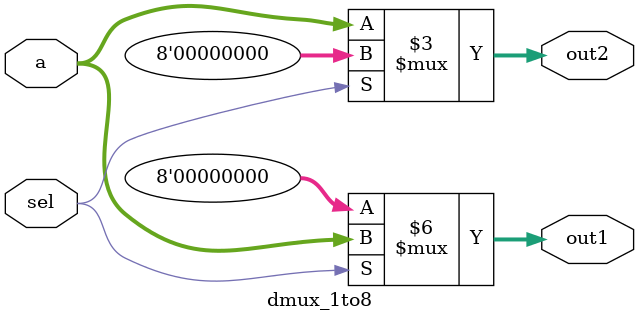
<source format=v>
module dmux_1to8(    a,
                    
                    sel,
                    out1,
                    out2
            
    );

//Parameter
parameter A=8, D=8;    // A : Adress width    D : Data width 



//wire&reg
input wire [A-1:0] a;
input wire sel;
output reg [A-1:0] out1;
output reg [A-1:0] out2;


//logic
always @ (sel)
   begin
      if(sel)
          begin
         out1<=a;
         out2<=8'b00000000;
         end
      else  
           begin           
         out1<=8'b00000000;
         out2<=a;
         end
   end        
  
endmodule
</source>
